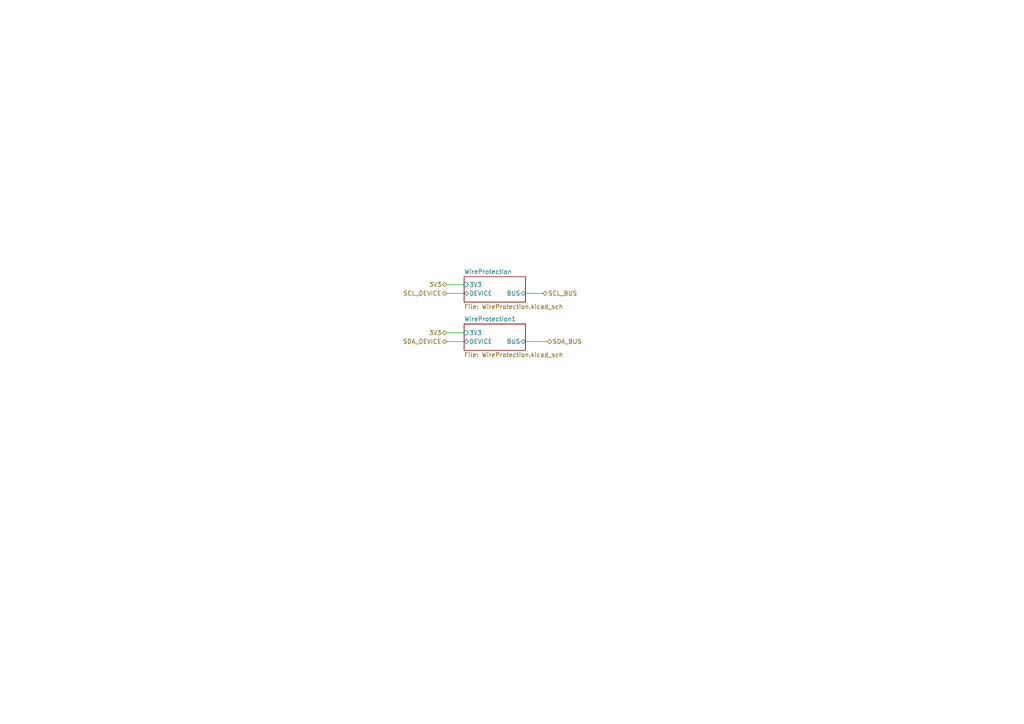
<source format=kicad_sch>
(kicad_sch
	(version 20231120)
	(generator "eeschema")
	(generator_version "8.0")
	(uuid "49bb80b8-2c90-4e2f-88be-6e3f8911ec69")
	(paper "A4")
	(title_block
		(title "Argus Mainboard")
		(date "2025-01-08")
		(rev "v3.0")
		(company "Carnegie Mellon University")
		(comment 1 "M. Holliday")
		(comment 2 "N. Khera")
		(comment 3 "V. Rajesh")
	)
	(lib_symbols)
	(wire
		(pts
			(xy 157.48 85.09) (xy 152.4 85.09)
		)
		(stroke
			(width 0)
			(type default)
		)
		(uuid "0df4c1cd-a3dc-4c7a-8bcb-0213dd433b4f")
	)
	(wire
		(pts
			(xy 129.54 85.09) (xy 134.62 85.09)
		)
		(stroke
			(width 0)
			(type default)
		)
		(uuid "2b200e79-f8c4-4009-8631-f90f2947de56")
	)
	(wire
		(pts
			(xy 129.54 96.52) (xy 134.62 96.52)
		)
		(stroke
			(width 0)
			(type default)
		)
		(uuid "326ec87c-9d8d-40ea-8119-0bd0712ac83b")
	)
	(wire
		(pts
			(xy 129.54 82.55) (xy 134.62 82.55)
		)
		(stroke
			(width 0)
			(type default)
		)
		(uuid "9cc2c075-4998-4482-901e-38b82c234efb")
	)
	(wire
		(pts
			(xy 129.54 99.06) (xy 134.62 99.06)
		)
		(stroke
			(width 0)
			(type default)
		)
		(uuid "a4854689-b777-49c9-902f-93ef62eb3dde")
	)
	(wire
		(pts
			(xy 158.75 99.06) (xy 152.4 99.06)
		)
		(stroke
			(width 0)
			(type default)
		)
		(uuid "eb1623c8-9968-4fff-882a-09a216c288ef")
	)
	(hierarchical_label "SDA_BUS"
		(shape bidirectional)
		(at 158.75 99.06 0)
		(effects
			(font
				(size 1.27 1.27)
			)
			(justify left)
		)
		(uuid "12f5f6a6-4791-40a0-a405-b441dabe0277")
	)
	(hierarchical_label "3V3"
		(shape bidirectional)
		(at 129.54 82.55 180)
		(effects
			(font
				(size 1.27 1.27)
			)
			(justify right)
		)
		(uuid "13585f89-8e66-4ae8-a4a7-c6ab19912f43")
	)
	(hierarchical_label "SDA_DEVICE"
		(shape bidirectional)
		(at 129.54 99.06 180)
		(effects
			(font
				(size 1.27 1.27)
			)
			(justify right)
		)
		(uuid "2f7e7414-0a0e-4ebb-9b8d-b7fd3bf6f3d8")
	)
	(hierarchical_label "3V3"
		(shape bidirectional)
		(at 129.54 96.52 180)
		(effects
			(font
				(size 1.27 1.27)
			)
			(justify right)
		)
		(uuid "4deb4400-239b-4a01-98cc-4c96352cb23a")
	)
	(hierarchical_label "SCL_BUS"
		(shape bidirectional)
		(at 157.48 85.09 0)
		(effects
			(font
				(size 1.27 1.27)
			)
			(justify left)
		)
		(uuid "53a9feb9-1351-48fd-9b9d-32e045651434")
	)
	(hierarchical_label "SCL_DEVICE"
		(shape bidirectional)
		(at 129.54 85.09 180)
		(effects
			(font
				(size 1.27 1.27)
			)
			(justify right)
		)
		(uuid "886ba80c-a8e9-4429-ace0-487b4a5f6c52")
	)
	(sheet
		(at 134.62 80.264)
		(size 17.78 7.366)
		(fields_autoplaced yes)
		(stroke
			(width 0.1524)
			(type solid)
		)
		(fill
			(color 0 0 0 0.0000)
		)
		(uuid "78119d8f-72cc-42e3-aa87-c12b52c477b9")
		(property "Sheetname" "WireProtection"
			(at 134.62 79.5524 0)
			(effects
				(font
					(size 1.27 1.27)
				)
				(justify left bottom)
			)
		)
		(property "Sheetfile" "WireProtection.kicad_sch"
			(at 134.62 88.2146 0)
			(effects
				(font
					(size 1.27 1.27)
				)
				(justify left top)
			)
		)
		(pin "BUS" bidirectional
			(at 152.4 85.09 0)
			(effects
				(font
					(size 1.27 1.27)
				)
				(justify right)
			)
			(uuid "1c1c6458-834a-43e1-8cee-b9d71a81455b")
		)
		(pin "DEVICE" bidirectional
			(at 134.62 85.09 180)
			(effects
				(font
					(size 1.27 1.27)
				)
				(justify left)
			)
			(uuid "b04c50ac-ffc8-4282-8421-c7658aca13ac")
		)
		(pin "3V3" input
			(at 134.62 82.55 180)
			(effects
				(font
					(size 1.27 1.27)
				)
				(justify left)
			)
			(uuid "61312dc7-6e8b-413c-97b6-72745e6a38ba")
		)
		(instances
			(project "Avionics-MainBoard"
				(path "/4c932743-8c6f-426e-9c1f-5a3f2b32c70d/db13e207-3bf8-4f4b-b8f6-f29c20baff72/fac17611-3490-4577-970c-973f049d9ec4"
					(page "20")
				)
				(path "/4c932743-8c6f-426e-9c1f-5a3f2b32c70d/60aa2943-2df4-4541-853f-c25e8e58a8ce/5ab6bffb-ac70-4d04-bc1f-09141586f2fc"
					(page "19")
				)
			)
			(project ""
				(path "/6167394f-ef17-4174-a137-33bfda5b3a14/5194385a-96b9-4b1e-ba0c-f9caab4441d8"
					(page "#")
				)
			)
			(project "Avionics-MainBoard"
				(path "/4c932743-8c6f-426e-9c1f-5a3f2b32c70d/6167394f-ef17-4174-a137-33bfda5b3a14/5194385a-96b9-4b1e-ba0c-f9caab4441d8"
					(page "6")
				)
			)
		)
	)
	(sheet
		(at 134.62 93.98)
		(size 17.78 7.62)
		(fields_autoplaced yes)
		(stroke
			(width 0.1524)
			(type solid)
		)
		(fill
			(color 0 0 0 0.0000)
		)
		(uuid "ec96f119-4921-4ef6-adcf-d9378a123968")
		(property "Sheetname" "WireProtection1"
			(at 134.62 93.2684 0)
			(effects
				(font
					(size 1.27 1.27)
				)
				(justify left bottom)
			)
		)
		(property "Sheetfile" "WireProtection.kicad_sch"
			(at 134.62 102.1846 0)
			(effects
				(font
					(size 1.27 1.27)
				)
				(justify left top)
			)
		)
		(pin "BUS" bidirectional
			(at 152.4 99.06 0)
			(effects
				(font
					(size 1.27 1.27)
				)
				(justify right)
			)
			(uuid "29e363ee-c768-44ca-986a-bb15b232caf4")
		)
		(pin "DEVICE" bidirectional
			(at 134.62 99.06 180)
			(effects
				(font
					(size 1.27 1.27)
				)
				(justify left)
			)
			(uuid "79283ac2-c2c2-440b-888f-4fb74caead2c")
		)
		(pin "3V3" input
			(at 134.62 96.52 180)
			(effects
				(font
					(size 1.27 1.27)
				)
				(justify left)
			)
			(uuid "787ff73f-7cef-4702-9065-0f9e59ee0c4c")
		)
		(instances
			(project "Avionics-MainBoard"
				(path "/4c932743-8c6f-426e-9c1f-5a3f2b32c70d/db13e207-3bf8-4f4b-b8f6-f29c20baff72/fac17611-3490-4577-970c-973f049d9ec4"
					(page "12")
				)
				(path "/4c932743-8c6f-426e-9c1f-5a3f2b32c70d/b16b096c-e757-42e7-a323-f6a3422bc211/348ba3c5-7295-4b06-815c-f95ee0f933c6"
					(page "13")
				)
				(path "/4c932743-8c6f-426e-9c1f-5a3f2b32c70d/6167394f-ef17-4174-a137-33bfda5b3a14/5194385a-96b9-4b1e-ba0c-f9caab4441d8"
					(page "16")
				)
				(path "/4c932743-8c6f-426e-9c1f-5a3f2b32c70d/60aa2943-2df4-4541-853f-c25e8e58a8ce/3f0382bc-d1c5-4b96-b1e3-7c1e11b1f7f8"
					(page "17")
				)
				(path "/4c932743-8c6f-426e-9c1f-5a3f2b32c70d/60aa2943-2df4-4541-853f-c25e8e58a8ce/5ab6bffb-ac70-4d04-bc1f-09141586f2fc"
					(page "27")
				)
			)
		)
	)
)

</source>
